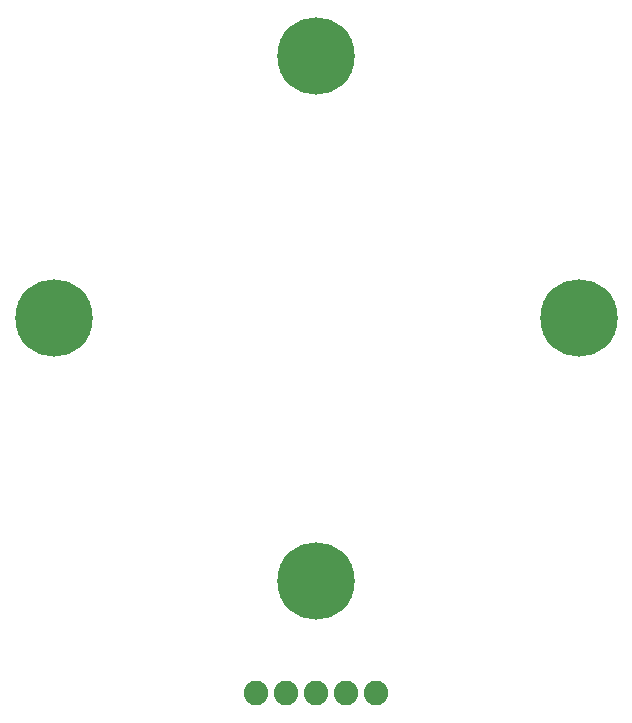
<source format=gbs>
G75*
%MOIN*%
%OFA0B0*%
%FSLAX25Y25*%
%IPPOS*%
%LPD*%
%AMOC8*
5,1,8,0,0,1.08239X$1,22.5*
%
%ADD10C,0.08200*%
%ADD11C,0.25800*%
D10*
X0166250Y0061250D03*
X0176250Y0061250D03*
X0186250Y0061250D03*
X0196250Y0061250D03*
X0206250Y0061250D03*
D11*
X0186250Y0098750D03*
X0098750Y0186250D03*
X0186250Y0273750D03*
X0273750Y0186250D03*
M02*

</source>
